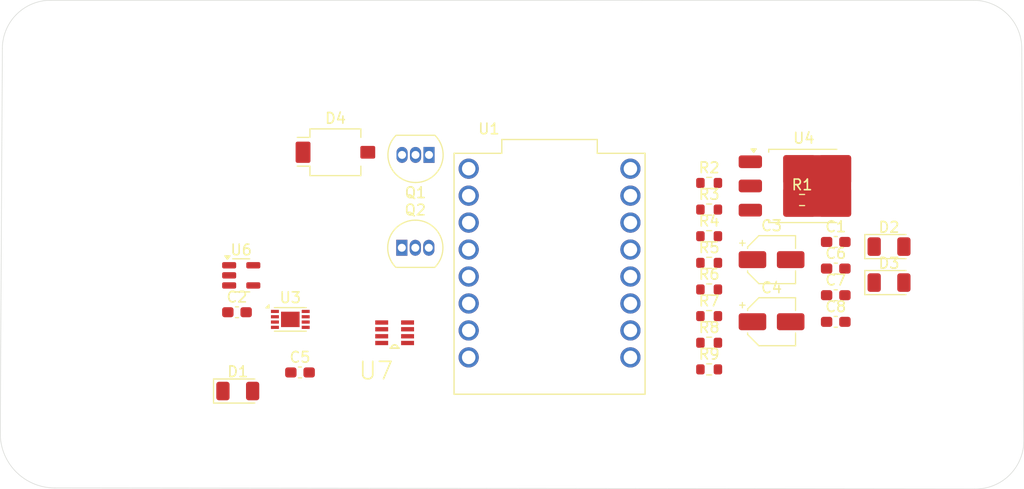
<source format=kicad_pcb>
(kicad_pcb (version 20240108) (generator "pcbnew") (generator_version "8.0")
  (layers (0 "F.Cu" signal) (31 "B.Cu" signal) (34 "B.Paste" user) (35 "F.Paste" user) (36 "B.SilkS" user "B.Silkscreen") (37 "F.SilkS" user "F.Silkscreen") (38 "B.Mask" user) (39 "F.Mask" user) (44 "Edge.Cuts" user))
  (net 0 "")
  (net 2 "Net-(D4-K)")
  (net 6 "Net-(D2-K)")
  (net 7 "Net-(Q1-C)")
  (net 8 "Net-(Q1-B)")
  (net 9 "Net-(Q2-C)")
  (net 12 "Net-(Q2-B)")
  (net 13 "LTC_B0")
  (net 15 "GND")
  (net 16 "Net-(D1-K)")
  (net 17 "VCC")
  (net 18 "3v3")
  (net 21 "LED1")
  (net 22 "LED2")
  (net 23 "LTC_B2")
  (net 24 "PB - entrada AD")
  (net 25 "LTC_B1")
  (net 26 "PF - entrada AD")
  (net 27 "Net-(U3A-+)")
  (net 28 "Net-(U3B--)")
  (net 29 "Estágio 2_Ganho")
  (net 30 "Estágio3_Filtro")
  (net 31 "Net-(C6-Pad1)")
  (net 32 "Net-(C7-Pad1)")
  (footprint "Resistor_SMD:R_0603_1608Metric" (layer "F.Cu") (at 197.42 95.91)
    (property "Reference" "R4" (at 0 -1.43 0) (layer "F.SilkS"))
    (property "Value" "R")
    (fp_line (start -0.237258 -0.5225) (end 0.237258 -0.5225) (stroke (width 0.12)) (layer "F.SilkS"))
    (fp_line (start -0.237258 0.5225) (end 0.237258 0.5225) (stroke (width 0.12)) (layer "F.SilkS"))
    (pad "1" smd roundrect (at -0.825 0) (size 0.8 0.95) (layers "F.Cu" "F.Paste" "F.Mask") (net 21 "LED1"))
    (pad "2" smd roundrect (at 0.825 0) (size 0.8 0.95) (layers "F.Cu" "F.Paste" "F.Mask") (net 8 "Net-(Q1-B)"))
  )
  (footprint "Resistor_SMD:R_0603_1608Metric" (layer "F.Cu") (at 197.42 108.46)
    (property "Reference" "R9" (at 0 -1.43 0) (layer "F.SilkS"))
    (property "Value" "R")
    (fp_line (start -0.237258 -0.5225) (end 0.237258 -0.5225) (stroke (width 0.12)) (layer "F.SilkS"))
    (fp_line (start -0.237258 0.5225) (end 0.237258 0.5225) (stroke (width 0.12)) (layer "F.SilkS"))
    (pad "1" smd roundrect (at -0.825 0) (size 0.8 0.95) (layers "F.Cu" "F.Paste" "F.Mask") (net 9 "Net-(Q2-C)"))
    (pad "2" smd roundrect (at 0.825 0) (size 0.8 0.95) (layers "F.Cu" "F.Paste" "F.Mask") (net 6 "Net-(D2-K)"))
  )
  (footprint "Capacitor_SMD:C_0603_1608Metric_Pad1.08x0.95mm_HandSolder" (layer "F.Cu") (at 209.35 101.47)
    (property "Reference" "C7" (at 0 -1.43 0) (layer "F.SilkS"))
    (property "Value" "C")
    (fp_line (start -0.146267 -0.51) (end 0.146267 -0.51) (stroke (width 0.12)) (layer "F.SilkS"))
    (fp_line (start -0.146267 0.51) (end 0.146267 0.51) (stroke (width 0.12)) (layer "F.SilkS"))
    (pad "1" smd roundrect (at -0.8625 0) (size 1.075 0.95) (layers "F.Cu" "F.Paste" "F.Mask") (net 32 "Net-(C7-Pad1)"))
    (pad "2" smd roundrect (at 0.8625 0) (size 1.075 0.95) (layers "F.Cu" "F.Paste" "F.Mask") (net 28 "Net-(U3B--)"))
  )
  (footprint "Package_DFN_QFN:DFN-8-1EP_3x2mm_P0.5mm_EP1.75x1.45mm" (layer "F.Cu") (at 157.95 103.75)
    (property "Reference" "U3" (at 0 -2.05 0) (layer "F.SilkS"))
    (property "Value" "MCP6002-xMC")
    (fp_line (start -1.5 -1.11) (end 1.5 -1.11) (stroke (width 0.12)) (layer "F.SilkS"))
    (fp_line (start -1.5 1.11) (end 1.5 1.11) (stroke (width 0.12)) (layer "F.SilkS"))
    (fp_poly (pts (xy -2.01 -1.09) (xy -2.29 -1.09) (xy -2.01 -1.37) (xy -2.01 -1.09)) (stroke (width 0.12)) (fill solid) (layer "F.SilkS"))
    (pad "1" smd rect (at -1.45 -0.75) (size 0.75 0.3) (layers "F.Cu" "F.Paste" "F.Mask") (net 24 "PB - entrada AD"))
    (pad "2" smd rect (at -1.45 -0.25) (size 0.75 0.3) (layers "F.Cu" "F.Paste" "F.Mask") (net 15 "GND"))
    (pad "3" smd rect (at -1.45 0.25) (size 0.75 0.3) (layers "F.Cu" "F.Paste" "F.Mask") (net 27 "Net-(U3A-+)"))
    (pad "4" smd rect (at -1.45 0.75) (size 0.75 0.3) (layers "F.Cu" "F.Paste" "F.Mask") (net 15 "GND"))
    (pad "5" smd rect (at 1.45 0.75) (size 0.75 0.3) (layers "F.Cu" "F.Paste" "F.Mask") (net 15 "GND"))
    (pad "6" smd rect (at 1.45 0.25) (size 0.75 0.3) (layers "F.Cu" "F.Paste" "F.Mask") (net 28 "Net-(U3B--)"))
    (pad "7" smd rect (at 1.45 -0.25) (size 0.75 0.3) (layers "F.Cu" "F.Paste" "F.Mask") (net 26 "PF - entrada AD"))
    (pad "8" smd rect (at 1.45 -0.75) (size 0.75 0.3) (layers "F.Cu" "F.Paste" "F.Mask") (net 18 "3v3"))
    (pad "9" smd rect (at 0 0) (size 1.75 1.45) (layers "F.Cu" "F.Mask") (net 15 "GND"))
  )
  (footprint "Package_TO_SOT_THT:TO-92_Inline" (layer "F.Cu") (at 168.46 97)
    (property "Reference" "Q2" (at 1.27 -3.56 0) (layer "F.SilkS"))
    (property "Value" "BC337")
    (fp_line (start -0.53 1.85) (end 3.07 1.85) (stroke (width 0.12)) (layer "F.SilkS"))
    (fp_arc (start -0.568478 1.838478) (mid -1.132087 -0.994977) (end 1.27 -2.6) (stroke (width 0.12)) (layer "F.SilkS"))
    (fp_arc (start 1.27 -2.6) (mid 3.672087 -0.994977) (end 3.108478 1.838478) (stroke (width 0.12)) (layer "F.SilkS"))
    (pad "1" thru_hole rect (at 0 0) (size 1.05 1.5) (drill 0.75) (layers "*.Cu" "*.Mask") (net 9 "Net-(Q2-C)"))
    (pad "2" thru_hole oval (at 1.27 0) (size 1.05 1.5) (drill 0.75) (layers "*.Cu" "*.Mask") (net 12 "Net-(Q2-B)"))
    (pad "3" thru_hole oval (at 2.54 0) (size 1.05 1.5) (drill 0.75) (layers "*.Cu" "*.Mask") (net 15 "GND"))
  )
  (footprint "Package_TO_SOT_SMD:TO-252-3_TabPin2" (layer "F.Cu") (at 206.34 91.175)
    (property "Reference" "U4" (at 0 -4.5 0) (layer "F.SilkS"))
    (property "Value" "LM1117DT-3.3")
    (fp_line (start -3.31 -3.45) (end -3.31 -3.18) (stroke (width 0.12)) (layer "F.SilkS"))
    (fp_line (start -3.31 3.45) (end -3.31 3.18) (stroke (width 0.12)) (layer "F.SilkS"))
    (fp_line (start 3.11 -3.45) (end -3.31 -3.45) (stroke (width 0.12)) (layer "F.SilkS"))
    (fp_line (start 3.11 3.45) (end -3.31 3.45) (stroke (width 0.12)) (layer "F.SilkS"))
    (fp_poly (pts (xy -4.725 -3.16) (xy -4.965 -3.49) (xy -4.485 -3.49) (xy -4.725 -3.16)) (stroke (width 0.12)) (fill solid) (layer "F.SilkS"))
    (pad "1" smd roundrect (at -5.04 -2.28) (size 2.2 1.2) (layers "F.Cu" "F.Paste" "F.Mask") (roundrect_rratio 0.208333) (net 15 "GND"))
    (pad "2" smd roundrect (at -5.04 0) (size 2.2 1.2) (layers "F.Cu" "F.Paste" "F.Mask") (roundrect_rratio 0.208333) (net 18 "3v3"))
    (pad "2" smd roundrect (at -0.415 -1.525) (size 3.05 2.75) (layers "F.Cu" "F.Paste") (roundrect_rratio 0.090909) (net 18 "3v3"))
    (pad "2" smd roundrect (at -0.415 1.525) (size 3.05 2.75) (layers "F.Cu" "F.Paste") (roundrect_rratio 0.090909) (net 18 "3v3"))
    (pad "2" smd roundrect (at 1.26 0) (size 6.4 5.8) (layers "F.Cu" "F.Mask") (roundrect_rratio 0.043103) (net 18 "3v3"))
    (pad "2" smd roundrect (at 2.935 -1.525) (size 3.05 2.75) (layers "F.Cu" "F.Paste") (roundrect_rratio 0.090909) (net 18 "3v3"))
    (pad "2" smd roundrect (at 2.935 1.525) (size 3.05 2.75) (layers "F.Cu" "F.Paste") (roundrect_rratio 0.090909) (net 18 "3v3"))
    (pad "3" smd roundrect (at -5.04 2.28) (size 2.2 1.2) (layers "F.Cu" "F.Paste" "F.Mask") (roundrect_rratio 0.208333) (net 17 "VCC"))
  )
  (footprint "Capacitor_SMD:C_0603_1608Metric_Pad1.08x0.95mm_HandSolder" (layer "F.Cu") (at 152.925 103.075)
    (property "Reference" "C2" (at 0 -1.43 0) (layer "F.SilkS"))
    (property "Value" "1uF")
    (fp_line (start -0.146267 -0.51) (end 0.146267 -0.51) (stroke (width 0.12)) (layer "F.SilkS"))
    (fp_line (start -0.146267 0.51) (end 0.146267 0.51) (stroke (width 0.12)) (layer "F.SilkS"))
    (pad "1" smd roundrect (at -0.8625 0) (size 1.075 0.95) (layers "F.Cu" "F.Paste" "F.Mask") (net 2 "Net-(D4-K)"))
    (pad "2" smd roundrect (at 0.8625 0) (size 1.075 0.95) (layers "F.Cu" "F.Paste" "F.Mask") (net 15 "GND"))
  )
  (footprint "Capacitor_SMD:C_0603_1608Metric_Pad1.08x0.95mm_HandSolder" (layer "F.Cu") (at 158.8625 108.75)
    (property "Reference" "C5" (at 0 -1.43 0) (layer "F.SilkS"))
    (property "Value" "0.1uF")
    (fp_line (start -0.146267 -0.51) (end 0.146267 -0.51) (stroke (width 0.12)) (layer "F.SilkS"))
    (fp_line (start -0.146267 0.51) (end 0.146267 0.51) (stroke (width 0.12)) (layer "F.SilkS"))
    (pad "1" smd roundrect (at -0.8625 0) (size 1.075 0.95) (layers "F.Cu" "F.Paste" "F.Mask") (net 18 "3v3"))
    (pad "2" smd roundrect (at 0.8625 0) (size 1.075 0.95) (layers "F.Cu" "F.Paste" "F.Mask") (net 15 "GND"))
  )
  (footprint "Capacitor_SMD:C_0603_1608Metric_Pad1.08x0.95mm_HandSolder" (layer "F.Cu") (at 209.35 96.45)
    (property "Reference" "C1" (at 0 -1.43 0) (layer "F.SilkS"))
    (property "Value" "C")
    (fp_line (start -0.146267 -0.51) (end 0.146267 -0.51) (stroke (width 0.12)) (layer "F.SilkS"))
    (fp_line (start -0.146267 0.51) (end 0.146267 0.51) (stroke (width 0.12)) (layer "F.SilkS"))
    (pad "1" smd roundrect (at -0.8625 0) (size 1.075 0.95) (layers "F.Cu" "F.Paste" "F.Mask") (net 27 "Net-(U3A-+)"))
    (pad "2" smd roundrect (at 0.8625 0) (size 1.075 0.95) (layers "F.Cu" "F.Paste" "F.Mask") (net 15 "GND"))
  )
  (footprint "Resistor_SMD:R_0603_1608Metric" (layer "F.Cu") (at 197.42 93.4)
    (property "Reference" "R3" (at 0 -1.43 0) (layer "F.SilkS"))
    (property "Value" "R")
    (fp_line (start -0.237258 -0.5225) (end 0.237258 -0.5225) (stroke (width 0.12)) (layer "F.SilkS"))
    (fp_line (start -0.237258 0.5225) (end 0.237258 0.5225) (stroke (width 0.12)) (layer "F.SilkS"))
    (pad "1" smd roundrect (at -0.825 0) (size 0.8 0.95) (layers "F.Cu" "F.Paste" "F.Mask") (net 31 "Net-(C6-Pad1)"))
    (pad "2" smd roundrect (at 0.825 0) (size 0.8 0.95) (layers "F.Cu" "F.Paste" "F.Mask") (net 27 "Net-(U3A-+)"))
  )
  (footprint "Resistor_SMD:R_0603_1608Metric" (layer "F.Cu") (at 197.42 98.42)
    (property "Reference" "R5" (at 0 -1.43 0) (layer "F.SilkS"))
    (property "Value" "R")
    (fp_line (start -0.237258 -0.5225) (end 0.237258 -0.5225) (stroke (width 0.12)) (layer "F.SilkS"))
    (fp_line (start -0.237258 0.5225) (end 0.237258 0.5225) (stroke (width 0.12)) (layer "F.SilkS"))
    (pad "1" smd roundrect (at -0.825 0) (size 0.8 0.95) (layers "F.Cu" "F.Paste" "F.Mask") (net 22 "LED2"))
    (pad "2" smd roundrect (at 0.825 0) (size 0.8 0.95) (layers "F.Cu" "F.Paste" "F.Mask") (net 12 "Net-(Q2-B)"))
  )
  (footprint "Resistor_SMD:R_0603_1608Metric" (layer "F.Cu") (at 197.42 103.44)
    (property "Reference" "R7" (at 0 -1.43 0) (layer "F.SilkS"))
    (property "Value" "R")
    (fp_line (start -0.237258 -0.5225) (end 0.237258 -0.5225) (stroke (width 0.12)) (layer "F.SilkS"))
    (fp_line (start -0.237258 0.5225) (end 0.237258 0.5225) (stroke (width 0.12)) (layer "F.SilkS"))
    (pad "1" smd roundrect (at -0.825 0) (size 0.8 0.95) (layers "F.Cu" "F.Paste" "F.Mask") (net 15 "GND"))
    (pad "2" smd roundrect (at 0.825 0) (size 0.8 0.95) (layers "F.Cu" "F.Paste" "F.Mask") (net 28 "Net-(U3B--)"))
  )
  (footprint "ESP32-C3_SUPERMINI:MODULE_ESP32-C3_SUPERMINI" (layer "F.Cu") (at 182.38 99.45)
    (property "Reference" "U1" (at -5.715 -13.6525 0) (layer "F.SilkS"))
    (property "Value" "ESP32-C3_SUPERMINI")
    (fp_line (start -9 11.35) (end -9 -11.35) (stroke (width 0.127)) (layer "F.SilkS"))
    (fp_line (start -4.5 -12.65) (end -4.5 -11.35) (stroke (width 0.127)) (layer "F.SilkS"))
    (fp_line (start -4.5 -11.35) (end -9 -11.35) (stroke (width 0.127)) (layer "F.SilkS"))
    (fp_line (start 4.5 -12.65) (end -4.5 -12.65) (stroke (width 0.127)) (layer "F.SilkS"))
    (fp_line (start 4.5 -12.65) (end 4.5 -11.35) (stroke (width 0.127)) (layer "F.SilkS"))
    (fp_line (start 9 -11.35) (end 4.5 -11.35) (stroke (width 0.127)) (layer "F.SilkS"))
    (fp_line (start 9 11.35) (end -9 11.35) (stroke (width 0.127)) (layer "F.SilkS"))
    (fp_line (start 9 11.35) (end 9 -11.35) (stroke (width 0.127)) (layer "F.SilkS"))
    (pad "0" thru_hole circle (at 7.62 7.88) (size 1.905 1.905) (drill 1.27) (layers "*.Cu" "*.Mask") (net 24 "PB - entrada AD"))
    (pad "1" thru_hole circle (at 7.62 5.34) (size 1.905 1.905) (drill 1.27) (layers "*.Cu" "*.Mask"))
    (pad "2" thru_hole circle (at 7.62 2.8) (size 1.905 1.905) (drill 1.27) (layers "*.Cu" "*.Mask"))
    (pad "3" thru_hole circle (at 7.62 0.26) (size 1.905 1.905) (drill 1.27) (layers "*.Cu" "*.Mask"))
    (pad "3.3" thru_hole circle (at 7.62 -4.82) (size 1.905 1.905) (drill 1.27) (layers "*.Cu" "*.Mask") (net 18 "3v3"))
    (pad "4" thru_hole circle (at 7.62 -2.28) (size 1.905 1.905) (drill 1.27) (layers "*.Cu" "*.Mask"))
    (pad "5" thru_hole circle (at -7.62 -9.9) (size 1.905 1.905) (drill 1.27) (layers "*.Cu" "*.Mask") (net 26 "PF - entrada AD"))
    (pad "5V" thru_hole circle (at 7.62 -9.9) (size 1.905 1.905) (drill 1.27) (layers "*.Cu" "*.Mask"))
    (pad "6" thru_hole circle (at -7.62 -7.36) (size 1.905 1.905) (drill 1.27) (layers "*.Cu" "*.Mask"))
    (pad "7" thru_hole circle (at -7.62 -4.82) (size 1.905 1.905) (drill 1.27) (layers "*.Cu" "*.Mask"))
    (pad "8" thru_hole circle (at -7.62 -2.28) (size 1.905 1.905) (drill 1.27) (layers "*.Cu" "*.Mask") (net 21 "LED1"))
    (pad "9" thru_hole circle (at -7.62 0.26) (size 1.905 1.905) (drill 1.27) (layers "*.Cu" "*.Mask") (net 22 "LED2"))
    (pad "10" thru_hole circle (at -7.62 2.8) (size 1.905 1.905) (drill 1.27) (layers "*.Cu" "*.Mask") (net 13 "LTC_B0"))
    (pad "20" thru_hole circle (at -7.62 5.34) (size 1.905 1.905) (drill 1.27) (layers "*.Cu" "*.Mask") (net 25 "LTC_B1"))
    (pad "21" thru_hole circle (at -7.62 7.88) (size 1.905 1.905) (drill 1.27) (layers "*.Cu" "*.Mask") (net 23 "LTC_B2"))
    (pad "G" thru_hole circle (at 7.62 -7.36) (size 1.905 1.905) (drill 1.27) (layers "*.Cu" "*.Mask") (net 15 "GND"))
  )
  (footprint "Resistor_SMD:R_0603_1608Metric" (layer "F.Cu") (at 197.42 100.93)
    (property "Reference" "R6" (at 0 -1.43 0) (layer "F.SilkS"))
    (property "Value" "R")
    (fp_line (start -0.237258 -0.5225) (end 0.237258 -0.5225) (stroke (width 0.12)) (layer "F.SilkS"))
    (fp_line (start -0.237258 0.5225) (end 0.237258 0.5225) (stroke (width 0.12)) (layer "F.SilkS"))
    (pad "1" smd roundrect (at -0.825 0) (size 0.8 0.95) (layers "F.Cu" "F.Paste" "F.Mask") (net 32 "Net-(C7-Pad1)"))
    (pad "2" smd roundrect (at 0.825 0) (size 0.8 0.95) (layers "F.Cu" "F.Paste" "F.Mask") (net 26 "PF - entrada AD"))
  )
  (footprint "Capacitor_SMD:C_0603_1608Metric_Pad1.08x0.95mm_HandSolder" (layer "F.Cu") (at 209.35 103.98)
    (property "Reference" "C8" (at 0 -1.43 0) (layer "F.SilkS"))
    (property "Value" "C")
    (fp_line (start -0.146267 -0.51) (end 0.146267 -0.51) (stroke (width 0.12)) (layer "F.SilkS"))
    (fp_line (start -0.146267 0.51) (end 0.146267 0.51) (stroke (width 0.12)) (layer "F.SilkS"))
    (pad "1" smd roundrect (at -0.8625 0) (size 1.075 0.95) (layers "F.Cu" "F.Paste" "F.Mask") (net 24 "PB - entrada AD"))
    (pad "2" smd roundrect (at 0.8625 0) (size 1.075 0.95) (layers "F.Cu" "F.Paste" "F.Mask") (net 32 "Net-(C7-Pad1)"))
  )
  (footprint "Package_TO_SOT_SMD:SOT-23-5" (layer "F.Cu") (at 153.325 99.6)
    (property "Reference" "U6" (at 0 -2.4 0) (layer "F.SilkS"))
    (property "Value" "MCP601R")
    (fp_line (start 0 -1.56) (end -0.8 -1.56) (stroke (width 0.12)) (layer "F.SilkS"))
    (fp_line (start 0 -1.56) (end 0.8 -1.56) (stroke (width 0.12)) (layer "F.SilkS"))
    (fp_line (start 0 1.56) (end -0.8 1.56) (stroke (width 0.12)) (layer "F.SilkS"))
    (fp_line (start 0 1.56) (end 0.8 1.56) (stroke (width 0.12)) (layer "F.SilkS"))
    (fp_poly (pts (xy -1.3 -1.51) (xy -1.54 -1.84) (xy -1.06 -1.84) (xy -1.3 -1.51)) (stroke (width 0.12)) (fill solid) (layer "F.SilkS"))
    (pad "1" smd roundrect (at -1.1375 -0.95) (size 1.325 0.6) (layers "F.Cu" "F.Paste" "F.Mask") (net 29 "Estágio 2_Ganho"))
    (pad "2" smd roundrect (at -1.1375 0) (size 1.325 0.6) (layers "F.Cu" "F.Paste" "F.Mask") (net 15 "GND"))
    (pad "3" smd roundrect (at -1.1375 0.95) (size 1.325 0.6) (layers "F.Cu" "F.Paste" "F.Mask") (net 15 "GND"))
    (pad "4" smd roundrect (at 1.1375 0.95) (size 1.325 0.6) (layers "F.Cu" "F.Paste" "F.Mask") (net 2 "Net-(D4-K)"))
    (pad "5" smd roundrect (at 1.1375 -0.95) (size 1.325 0.6) (layers "F.Cu" "F.Paste" "F.Mask") (net 18 "3v3"))
  )
  (footprint "LTC6910-1CTS8PBF:SOT65P280X100-8N" (layer "F.Cu") (at 167.7808 105.0086 180)
    (property "Reference" "U7" (at 1.75303 -3.58225 180) (layer "F.SilkS") (effects (font (size 1.640394 1.640394))))
    (property "Value" "LTC6910-1CTS8PBF")
    (fp_line (start 0.4318 -1.4478) (end 0.3048 -1.4478) (stroke (width 0.1524)) (layer "F.SilkS"))
    (fp_line (start 0.3048 -1.4478) (end -0.3048 -1.4478) (stroke (width 0.1524)) (layer "F.SilkS"))
    (fp_line (start -0.3048 -1.4478) (end -0.4318 -1.4478) (stroke (width 0.1524)) (layer "F.SilkS"))
    (fp_arc (start 0.3048 -1.4478) (mid 0 -1.143) (end -0.3048 -1.4478) (stroke (width 0.1524)) (layer "F.SilkS"))
    (pad "1" smd rect (at -1.2192 -0.9652 180) (size 1.2192 0.4064) (layers "F.Cu" "F.Paste" "F.Mask") (net 30 "Estágio3_Filtro"))
    (pad "2" smd rect (at -1.2192 -0.3302 180) (size 1.2192 0.4064) (layers "F.Cu" "F.Paste" "F.Mask") (net 15 "GND"))
    (pad "3" smd rect (at -1.2192 0.3302 180) (size 1.2192 0.4064) (layers "F.Cu" "F.Paste" "F.Mask") (net 29 "Estágio 2_Ganho"))
    (pad "4" smd rect (at -1.2192 0.9652 180) (size 1.2192 0.4064) (layers "F.Cu" "F.Paste" "F.Mask") (net 15 "GND"))
    (pad "5" smd rect (at 1.2192 0.9652 180) (size 1.2192 0.4064) (layers "F.Cu" "F.Paste" "F.Mask") (net 13 "LTC_B0"))
    (pad "6" smd rect (at 1.2192 0.3302 180) (size 1.2192 0.4064) (layers "F.Cu" "F.Paste" "F.Mask") (net 25 "LTC_B1"))
    (pad "7" smd rect (at 1.2192 -0.3302 180) (size 1.2192 0.4064) (layers "F.Cu" "F.Paste" "F.Mask") (net 23 "LTC_B2"))
    (pad "8" smd rect (at 1.2192 -0.9652 180) (size 1.2192 0.4064) (layers "F.Cu" "F.Paste" "F.Mask") (net 18 "3v3"))
  )
  (footprint "LED_SMD:LED_1206_3216Metric" (layer "F.Cu") (at 214.37 100.28)
    (property "Reference" "D3" (at 0 -1.82 0) (layer "F.SilkS"))
    (property "Value" "MTSM0013-844-IR 1350 nM")
    (fp_line (start -2.285 -1.135) (end -2.285 1.135) (stroke (width 0.12)) (layer "F.SilkS"))
    (fp_line (start -2.285 1.135) (end 1.6 1.135) (stroke (width 0.12)) (layer "F.SilkS"))
    (fp_line (start 1.6 -1.135) (end -2.285 -1.135) (stroke (width 0.12)) (layer "F.SilkS"))
    (pad "1" smd roundrect (at -1.4 0) (size 1.25 1.75) (layers "F.Cu" "F.Paste" "F.Mask") (roundrect_rratio 0.2))
    (pad "2" smd roundrect (at 1.4 0) (size 1.25 1.75) (layers "F.Cu" "F.Paste" "F.Mask") (roundrect_rratio 0.2))
  )
  (footprint "LED_SMD:LED_1206_3216Metric" (layer "F.Cu") (at 153 110.5)
    (property "Reference" "D1" (at 0 -1.82 0) (layer "F.SilkS"))
    (property "Value" "MTE8120CP 805nm")
    (fp_line (start -2.285 -1.135) (end -2.285 1.135) (stroke (width 0.12)) (layer "F.SilkS"))
    (fp_line (start -2.285 1.135) (end 1.6 1.135) (stroke (width 0.12)) (layer "F.SilkS"))
    (fp_line (start 1.6 -1.135) (end -2.285 -1.135) (stroke (width 0.12)) (layer "F.SilkS"))
    (pad "1" smd roundrect (at -1.4 0) (size 1.25 1.75) (layers "F.Cu" "F.Paste" "F.Mask") (roundrect_rratio 0.2) (net 16 "Net-(D1-K)"))
    (pad "2" smd roundrect (at 1.4 0) (size 1.25 1.75) (layers "F.Cu" "F.Paste" "F.Mask") (roundrect_rratio 0.2) (net 18 "3v3"))
  )
  (footprint "Resistor_SMD:R_0603_1608Metric" (layer "F.Cu") (at 197.42 105.95)
    (property "Reference" "R8" (at 0 -1.43 0) (layer "F.SilkS"))
    (property "Value" "R")
    (fp_line (start -0.237258 -0.5225) (end 0.237258 -0.5225) (stroke (width 0.12)) (layer "F.SilkS"))
    (fp_line (start -0.237258 0.5225) (end 0.237258 0.5225) (stroke (width 0.12)) (layer "F.SilkS"))
    (pad "1" smd roundrect (at -0.825 0) (size 0.8 0.95) (layers "F.Cu" "F.Paste" "F.Mask") (net 7 "Net-(Q1-C)"))
    (pad "2" smd roundrect (at 0.825 0) (size 0.8 0.95) (layers "F.Cu" "F.Paste" "F.Mask") (net 16 "Net-(D1-K)"))
  )
  (footprint "Resistor_SMD:R_0603_1608Metric" (layer "F.Cu") (at 197.42 90.89)
    (property "Reference" "R2" (at 0 -1.43 0) (layer "F.SilkS"))
    (property "Value" "R")
    (fp_line (start -0.237258 -0.5225) (end 0.237258 -0.5225) (stroke (width 0.12)) (layer "F.SilkS"))
    (fp_line (start -0.237258 0.5225) (end 0.237258 0.5225) (stroke (width 0.12)) (layer "F.SilkS"))
    (pad "1" smd roundrect (at -0.825 0) (size 0.8 0.95) (layers "F.Cu" "F.Paste" "F.Mask") (net 2 "Net-(D4-K)"))
    (pad "2" smd roundrect (at 0.825 0) (size 0.8 0.95) (layers "F.Cu" "F.Paste" "F.Mask") (net 29 "Estágio 2_Ganho"))
  )
  (footprint "Resistor_SMD:R_0603_1608Metric" (layer "F.Cu") (at 206.175 92.5)
    (property "Reference" "R1" (at 0 -1.43 0) (layer "F.SilkS"))
    (property "Value" "R")
    (fp_line (start -0.237258 -0.5225) (end 0.237258 -0.5225) (stroke (width 0.12)) (layer "F.SilkS"))
    (fp_line (start -0.237258 0.5225) (end 0.237258 0.5225) (stroke (width 0.12)) (layer "F.SilkS"))
    (pad "1" smd roundrect (at -0.825 0) (size 0.8 0.95) (layers "F.Cu" "F.Paste" "F.Mask") (net 30 "Estágio3_Filtro"))
    (pad "2" smd roundrect (at 0.825 0) (size 0.8 0.95) (layers "F.Cu" "F.Paste" "F.Mask") (net 31 "Net-(C6-Pad1)"))
  )
  (footprint "LED_SMD:LED_1206_3216Metric" (layer "F.Cu") (at 214.37 96.89)
    (property "Reference" "D2" (at 0 -1.82 0) (layer "F.SilkS"))
    (property "Value" "MTE8120CP 805nm")
    (fp_line (start -2.285 -1.135) (end -2.285 1.135) (stroke (width 0.12)) (layer "F.SilkS"))
    (fp_line (start -2.285 1.135) (end 1.6 1.135) (stroke (width 0.12)) (layer "F.SilkS"))
    (fp_line (start 1.6 -1.135) (end -2.285 -1.135) (stroke (width 0.12)) (layer "F.SilkS"))
    (pad "1" smd roundrect (at -1.4 0) (size 1.25 1.75) (layers "F.Cu" "F.Paste" "F.Mask") (roundrect_rratio 0.2) (net 6 "Net-(D2-K)"))
    (pad "2" smd roundrect (at 1.4 0) (size 1.25 1.75) (layers "F.Cu" "F.Paste" "F.Mask") (roundrect_rratio 0.2) (net 18 "3v3"))
  )
  (footprint "OptoDevice:Osram_BPW34S-SMD" (layer "F.Cu") (at 162.2 88)
    (property "Reference" "D4" (at 0.01 -3.2 0) (layer "F.SilkS"))
    (property "Value" "S5971")
    (fp_line (start -3.59 1.31) (end -2.4 1.31) (stroke (width 0.12)) (layer "F.SilkS"))
    (fp_line (start -2.41 -1.4) (end -3.59 -1.4) (stroke (width 0.12)) (layer "F.SilkS"))
    (fp_line (start -2.4 -2.2) (end -2.4 -1.4) (stroke (width 0.12)) (layer "F.SilkS"))
    (fp_line (start -2.4 1.31) (end -2.4 2.2) (stroke (width 0.12)) (layer "F.SilkS"))
    (fp_line (start -2.4 2.2) (end 2.4 2.2) (stroke (width 0.12)) (layer "F.SilkS"))
    (fp_line (start 2.4 -2.2) (end -2.4 -2.2) (stroke (width 0.12)) (layer "F.SilkS"))
    (fp_line (start 2.4 -1.4) (end 2.4 -2.2) (stroke (width 0.12)) (layer "F.SilkS"))
    (fp_line (start 2.4 2.2) (end 2.4 1.31) (stroke (width 0.12)) (layer "F.SilkS"))
    (pad "1" smd roundrect (at -3.05 0 180) (size 1.4 2) (layers "F.Cu" "F.Mask") (roundrect_rratio 0.125) (net 2 "Net-(D4-K)"))
    (pad "2" smd roundrect (at 3.05 0 180) (size 1.4 1.2) (layers "F.Cu" "F.Mask") (roundrect_rratio 0.125) (net 15 "GND"))
  )
  (footprint "Capacitor_SMD:CP_Elec_4x4.5" (layer "F.Cu") (at 203.3 103.97)
    (property "Reference" "C4" (at 0 -3.2 0) (layer "F.SilkS"))
    (property "Value" "C_Polarized_Small")
    (fp_line (start -3 -1.56) (end -2.5 -1.56) (stroke (width 0.12)) (layer "F.SilkS"))
    (fp_line (start -2.75 -1.81) (end -2.75 -1.31) (stroke (width 0.12)) (layer "F.SilkS"))
    (fp_line (start -2.26 -1.195563) (end -2.26 -1.06) (stroke (width 0.12)) (layer "F.SilkS"))
    (fp_line (start -2.26 -1.195563) (end -1.195563 -2.26) (stroke (width 0.12)) (layer "F.SilkS"))
    (fp_line (start -2.26 1.195563) (end -2.26 1.06) (stroke (width 0.12)) (layer "F.SilkS"))
    (fp_line (start -2.26 1.195563) (end -1.195563 2.26) (stroke (width 0.12)) (layer "F.SilkS"))
    (fp_line (start -1.195563 -2.26) (end 2.26 -2.26) (stroke (width 0.12)) (layer "F.SilkS"))
    (fp_line (start -1.195563 2.26) (end 2.26 2.26) (stroke (width 0.12)) (layer "F.SilkS"))
    (fp_line (start 2.26 -2.26) (end 2.26 -1.06) (stroke (width 0.12)) (layer "F.SilkS"))
    (fp_line (start 2.26 2.26) (end 2.26 1.06) (stroke (width 0.12)) (layer "F.SilkS"))
    (pad "1" smd roundrect (at -1.8 0) (size 2.6 1.6) (layers "F.Cu" "F.Paste" "F.Mask") (roundrect_rratio 0.15625) (net 18 "3v3"))
    (pad "2" smd roundrect (at 1.8 0) (size 2.6 1.6) (layers "F.Cu" "F.Paste" "F.Mask") (roundrect_rratio 0.15625) (net 15 "GND"))
  )
  (footprint "Capacitor_SMD:CP_Elec_4x5.3" (layer "F.Cu") (at 203.3 98.12)
    (property "Reference" "C3" (at 0 -3.2 0) (layer "F.SilkS"))
    (property "Value" "C_Polarized_Small")
    (fp_line (start -3 -1.56) (end -2.5 -1.56) (stroke (width 0.12)) (layer "F.SilkS"))
    (fp_line (start -2.75 -1.81) (end -2.75 -1.31) (stroke (width 0.12)) (layer "F.SilkS"))
    (fp_line (start -2.26 -1.195563) (end -2.26 -1.06) (stroke (width 0.12)) (layer "F.SilkS"))
    (fp_line (start -2.26 -1.195563) (end -1.195563 -2.26) (stroke (width 0.12)) (layer "F.SilkS"))
    (fp_line (start -2.26 1.195563) (end -2.26 1.06) (stroke (width 0.12)) (layer "F.SilkS"))
    (fp_line (start -2.26 1.195563) (end -1.195563 2.26) (stroke (width 0.12)) (layer "F.SilkS"))
    (fp_line (start -1.195563 -2.26) (end 2.26 -2.26) (stroke (width 0.12)) (layer "F.SilkS"))
    (fp_line (start -1.195563 2.26) (end 2.26 2.26) (stroke (width 0.12)) (layer "F.SilkS"))
    (fp_line (start 2.26 -2.26) (end 2.26 -1.06) (stroke (width 0.12)) (layer "F.SilkS"))
    (fp_line (start 2.26 2.26) (end 2.26 1.06) (stroke (width 0.12)) (layer "F.SilkS"))
    (pad "1" smd roundrect (at -1.8 0) (size 2.6 1.6) (layers "F.Cu" "F.Paste" "F.Mask") (roundrect_rratio 0.15625) (net 17 "VCC"))
    (pad "2" smd roundrect (at 1.8 0) (size 2.6 1.6) (layers "F.Cu" "F.Paste" "F.Mask") (roundrect_rratio 0.15625) (net 15 "GND"))
  )
  (footprint "Package_TO_SOT_THT:TO-92_Inline" (layer "F.Cu") (at 171.02 88.25 180)
    (property "Reference" "Q1" (at 1.27 -3.56 180) (layer "F.SilkS"))
    (property "Value" "BC337")
    (fp_line (start -0.53 1.85) (end 3.07 1.85) (stroke (width 0.12)) (layer "F.SilkS"))
    (fp_arc (start 1.27 -2.6) (mid 3.672087 -0.994977) (end 3.108478 1.838478) (stroke (width 0.12)) (layer "F.SilkS"))
    (fp_arc (start -0.568478 1.838478) (mid -1.132087 -0.994977) (end 1.27 -2.6) (stroke (width 0.12)) (layer "F.SilkS"))
    (pad "1" thru_hole rect (at 0 0 180) (size 1.05 1.5) (drill 0.75) (layers "*.Cu" "*.Mask") (net 7 "Net-(Q1-C)"))
    (pad "2" thru_hole oval (at 1.27 0 180) (size 1.05 1.5) (drill 0.75) (layers "*.Cu" "*.Mask") (net 8 "Net-(Q1-B)"))
    (pad "3" thru_hole oval (at 2.54 0 180) (size 1.05 1.5) (drill 0.75) (layers "*.Cu" "*.Mask") (net 15 "GND"))
  )
  (footprint "Capacitor_SMD:C_0603_1608Metric_Pad1.08x0.95mm_HandSolder" (layer "F.Cu") (at 209.35 98.96)
    (property "Reference" "C6" (at 0 -1.43 0) (layer "F.SilkS"))
    (property "Value" "C")
    (fp_line (start -0.146267 -0.51) (end 0.146267 -0.51) (stroke (width 0.12)) (layer "F.SilkS"))
    (fp_line (start -0.146267 0.51) (end 0.146267 0.51) (stroke (width 0.12)) (layer "F.SilkS"))
    (pad "1" smd roundrect (at -0.8625 0) (size 1.075 0.95) (layers "F.Cu" "F.Paste" "F.Mask") (net 31 "Net-(C6-Pad1)"))
    (pad "2" smd roundrect (at 0.8625 0) (size 1.075 0.95) (layers "F.Cu" "F.Paste" "F.Mask") (net 24 "PB - entrada AD"))
  )
  (gr_arc (start 135.749958 119.631572) (mid 132.105165 118.112231) (end 130.618635 114.453933) (stroke (width 0.05)) (layer "Edge.Cuts"))
  (gr_line (start 226.88 78.23) (end 227.07 115.27) (stroke (width 0.05)) (layer "Edge.Cuts"))
  (gr_arc (start 227.07 115.27) (mid 225.683219 118.455928) (end 222.450026 119.728564) (stroke (width 0.05)) (layer "Edge.Cuts"))
  (gr_arc (start 222.33 73.68) (mid 225.547336 75.012664) (end 226.88 78.23) (stroke (width 0.05)) (layer "Edge.Cuts"))
  (gr_arc (start 130.817336 78.227336) (mid 132.15 75.01) (end 135.367336 73.677336) (stroke (width 0.05)) (layer "Edge.Cuts"))
  (gr_line (start 135.367336 73.677336) (end 222.33 73.68) (stroke (width 0.05)) (layer "Edge.Cuts"))
  (gr_line (start 130.817336 78.227336) (end 130.618635 114.453933) (stroke (width 0.05)) (layer "Edge.Cuts"))
  (gr_line (start 135.749958 119.631572) (end 222.450026 119.728564) (stroke (width 0.05)) (layer "Edge.Cuts"))
)
</source>
